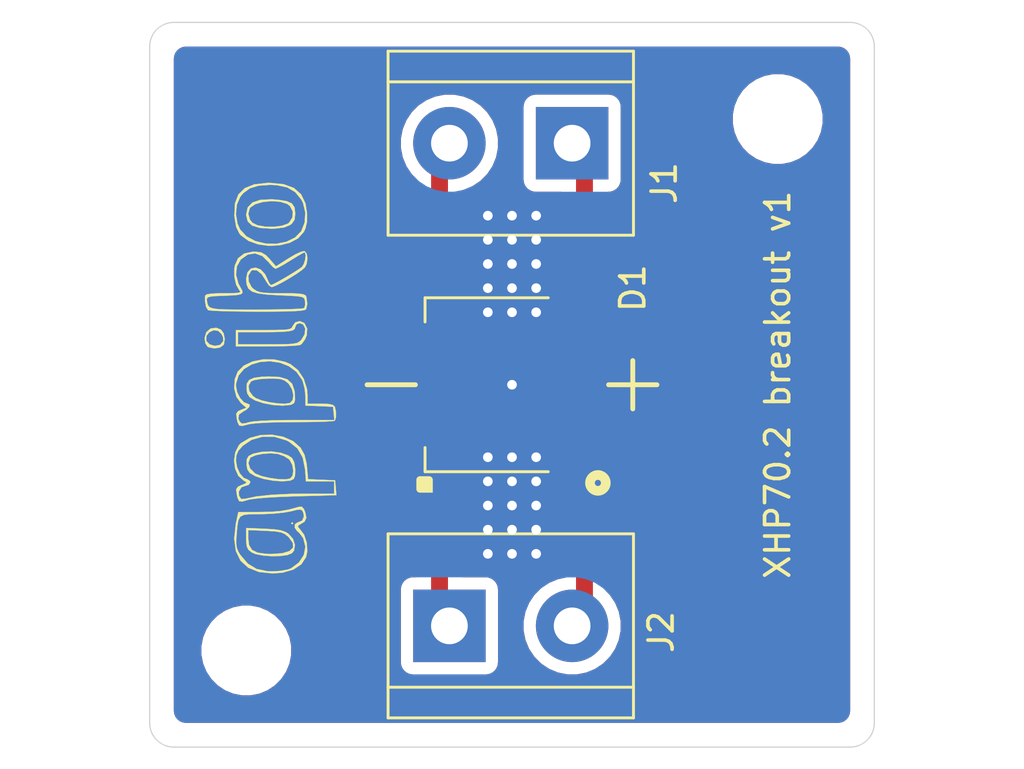
<source format=kicad_pcb>
(kicad_pcb (version 20171130) (host pcbnew 5.1.4-e60b266~84~ubuntu18.04.1)

  (general
    (thickness 1.6)
    (drawings 12)
    (tracks 60)
    (zones 0)
    (modules 6)
    (nets 6)
  )

  (page A4)
  (layers
    (0 F.Cu signal)
    (31 B.Cu signal)
    (32 B.Adhes user)
    (33 F.Adhes user)
    (34 B.Paste user)
    (35 F.Paste user)
    (36 B.SilkS user)
    (37 F.SilkS user)
    (38 B.Mask user)
    (39 F.Mask user)
    (40 Dwgs.User user)
    (41 Cmts.User user)
    (42 Eco1.User user)
    (43 Eco2.User user)
    (44 Edge.Cuts user)
    (45 Margin user)
    (46 B.CrtYd user)
    (47 F.CrtYd user)
    (48 B.Fab user)
    (49 F.Fab user)
  )

  (setup
    (last_trace_width 0.7)
    (trace_clearance 0.2)
    (zone_clearance 0.508)
    (zone_45_only no)
    (trace_min 0.5)
    (via_size 0.8)
    (via_drill 0.4)
    (via_min_size 0.4)
    (via_min_drill 0.3)
    (uvia_size 0.3)
    (uvia_drill 0.1)
    (uvias_allowed no)
    (uvia_min_size 0.2)
    (uvia_min_drill 0.1)
    (edge_width 0.05)
    (segment_width 0.2)
    (pcb_text_width 0.3)
    (pcb_text_size 1.5 1.5)
    (mod_edge_width 0.12)
    (mod_text_size 1 1)
    (mod_text_width 0.15)
    (pad_size 1.524 1.524)
    (pad_drill 0.762)
    (pad_to_mask_clearance 0.051)
    (solder_mask_min_width 0.25)
    (aux_axis_origin 0 0)
    (visible_elements FFFFFF7F)
    (pcbplotparams
      (layerselection 0x010f0_ffffffff)
      (usegerberextensions false)
      (usegerberattributes false)
      (usegerberadvancedattributes false)
      (creategerberjobfile false)
      (excludeedgelayer true)
      (linewidth 0.100000)
      (plotframeref false)
      (viasonmask false)
      (mode 1)
      (useauxorigin false)
      (hpglpennumber 1)
      (hpglpenspeed 20)
      (hpglpendiameter 15.000000)
      (psnegative false)
      (psa4output false)
      (plotreference true)
      (plotvalue true)
      (plotinvisibletext false)
      (padsonsilk false)
      (subtractmaskfromsilk false)
      (outputformat 1)
      (mirror false)
      (drillshape 0)
      (scaleselection 1)
      (outputdirectory "Gerber/"))
  )

  (net 0 "")
  (net 1 "Net-(D1-Pad2)")
  (net 2 "Net-(D1-Pad4)")
  (net 3 "Net-(D1-Pad5)")
  (net 4 "Net-(D1-Pad3)")
  (net 5 "Net-(D1-Pad1)")

  (net_class Default "This is the default net class."
    (clearance 0.2)
    (trace_width 0.7)
    (via_dia 0.8)
    (via_drill 0.4)
    (uvia_dia 0.3)
    (uvia_drill 0.1)
    (diff_pair_width 0.5)
    (diff_pair_gap 0.25)
    (add_net "Net-(D1-Pad1)")
    (add_net "Net-(D1-Pad2)")
    (add_net "Net-(D1-Pad3)")
    (add_net "Net-(D1-Pad4)")
    (add_net "Net-(D1-Pad5)")
  )

  (module sense_fp:MountingHole_2.7mm_M2.5 (layer F.Cu) (tedit 56D1B4CB) (tstamp 5D517773)
    (at 111 89)
    (descr "Mounting Hole 2.7mm, no annular, M2.5")
    (tags "mounting hole 2.7mm no annular m2.5")
    (attr virtual)
    (fp_text reference REF** (at 7 -1) (layer F.SilkS) hide
      (effects (font (size 1 1) (thickness 0.15)))
    )
    (fp_text value MountingHole_2.7mm_M2.5 (at 0 3.7) (layer F.Fab)
      (effects (font (size 1 1) (thickness 0.15)))
    )
    (fp_circle (center 0 0) (end 2.95 0) (layer F.CrtYd) (width 0.05))
    (fp_circle (center 0 0) (end 2.7 0) (layer Cmts.User) (width 0.15))
    (fp_text user %R (at 0.3 0) (layer F.Fab)
      (effects (font (size 1 1) (thickness 0.15)))
    )
    (pad 1 np_thru_hole circle (at 0 0) (size 2.7 2.7) (drill 2.7) (layers *.Cu *.Mask))
  )

  (module sense_fp:MountingHole_2.7mm_M2.5 (layer F.Cu) (tedit 56D1B4CB) (tstamp 5D5176FB)
    (at 89 111)
    (descr "Mounting Hole 2.7mm, no annular, M2.5")
    (tags "mounting hole 2.7mm no annular m2.5")
    (attr virtual)
    (fp_text reference REF** (at -6 -1) (layer F.SilkS) hide
      (effects (font (size 1 1) (thickness 0.15)))
    )
    (fp_text value MountingHole_2.7mm_M2.5 (at 0 3.7) (layer F.Fab)
      (effects (font (size 1 1) (thickness 0.15)))
    )
    (fp_circle (center 0 0) (end 2.95 0) (layer F.CrtYd) (width 0.05))
    (fp_circle (center 0 0) (end 2.7 0) (layer Cmts.User) (width 0.15))
    (fp_text user %R (at 0.3 0) (layer F.Fab)
      (effects (font (size 1 1) (thickness 0.15)))
    )
    (pad 1 np_thru_hole circle (at 0 0) (size 2.7 2.7) (drill 2.7) (layers *.Cu *.Mask))
  )

  (module sense_fp:Appiko_Logo_2 (layer F.Cu) (tedit 5C021CA6) (tstamp 5D517293)
    (at 90 102 90)
    (fp_text reference G*** (at 0.07 -4.46 90) (layer F.SilkS) hide
      (effects (font (size 1.524 1.524) (thickness 0.3)))
    )
    (fp_text value Appiko_Logo_2 (at -0.1 -8.89 90) (layer F.SilkS) hide
      (effects (font (size 1.524 1.524) (thickness 0.3)))
    )
    (fp_poly (pts (xy 9.339914 -0.941537) (xy 9.542887 -0.747237) (xy 9.654506 -0.418071) (xy 9.676789 0.050323)
      (xy 9.656832 0.321177) (xy 9.599833 0.674849) (xy 9.501777 0.890187) (xy 9.33804 0.997392)
      (xy 9.083996 1.026665) (xy 9.081584 1.026666) (xy 8.832262 0.997706) (xy 8.671312 0.887341)
      (xy 8.608853 0.803257) (xy 8.510476 0.559845) (xy 8.466278 0.197548) (xy 8.465001 0.134842)
      (xy 8.538462 0.134842) (xy 8.580266 0.468279) (xy 8.670427 0.719898) (xy 8.708408 0.772013)
      (xy 8.92956 0.911168) (xy 9.179984 0.920994) (xy 9.399371 0.807981) (xy 9.488987 0.688)
      (xy 9.578437 0.393662) (xy 9.60196 0.040937) (xy 9.565738 -0.316801) (xy 9.475953 -0.62618)
      (xy 9.338787 -0.833827) (xy 9.310158 -0.855871) (xy 9.079938 -0.918106) (xy 8.833534 -0.849164)
      (xy 8.70469 -0.746572) (xy 8.600525 -0.533563) (xy 8.545165 -0.219432) (xy 8.538462 0.134842)
      (xy 8.465001 0.134842) (xy 8.46247 0.010666) (xy 8.493383 -0.447488) (xy 8.59126 -0.760495)
      (xy 8.763812 -0.941833) (xy 9.018749 -1.004984) (xy 9.04357 -1.005334) (xy 9.339914 -0.941537)) (layer F.SilkS) (width 0.01))
    (fp_poly (pts (xy -3.694667 0.899666) (xy -3.737 0.942) (xy -3.779334 0.899666) (xy -3.737 0.857333)
      (xy -3.694667 0.899666)) (layer F.SilkS) (width 0.01))
    (fp_poly (pts (xy -3.96141 -0.249399) (xy -3.985343 0.151466) (xy -4.025785 0.426898) (xy -4.091848 0.620634)
      (xy -4.168705 0.745434) (xy -4.381655 0.933283) (xy -4.630276 1.01381) (xy -4.860933 0.977293)
      (xy -4.971879 0.891027) (xy -5.048452 0.70357) (xy -5.089769 0.405368) (xy -5.096827 0.051085)
      (xy -5.096665 0.048876) (xy -5.007 0.048876) (xy -4.975807 0.49025) (xy -4.885977 0.787726)
      (xy -4.743132 0.936079) (xy -4.552896 0.930084) (xy -4.320893 0.764515) (xy -4.280926 0.723562)
      (xy -4.176285 0.590314) (xy -4.11041 0.432203) (xy -4.071733 0.20341) (xy -4.048687 -0.141885)
      (xy -4.045812 -0.207771) (xy -4.015957 -0.920667) (xy -4.35019 -0.920667) (xy -4.641785 -0.884712)
      (xy -4.837607 -0.76203) (xy -4.952713 -0.530397) (xy -5.002159 -0.167587) (xy -5.007 0.048876)
      (xy -5.096665 0.048876) (xy -5.070618 -0.304614) (xy -5.012138 -0.607067) (xy -4.941549 -0.775868)
      (xy -4.826779 -0.915666) (xy -4.681971 -0.983863) (xy -4.44589 -1.004689) (xy -4.361625 -1.005334)
      (xy -3.931819 -1.005334) (xy -3.96141 -0.249399)) (layer F.SilkS) (width 0.01))
    (fp_poly (pts (xy 2.046205 -0.976944) (xy 2.195988 -0.881791) (xy 2.286669 -0.680228) (xy 2.331274 -0.348994)
      (xy 2.34155 -0.065247) (xy 2.318248 0.386984) (xy 2.222847 0.700606) (xy 2.041529 0.895997)
      (xy 1.760474 0.993535) (xy 1.612396 1.010026) (xy 1.370691 1.017054) (xy 1.245234 0.981119)
      (xy 1.184122 0.87923) (xy 1.165347 0.811998) (xy 1.145956 0.610205) (xy 1.214909 0.610205)
      (xy 1.244433 0.809306) (xy 1.366384 0.920795) (xy 1.575166 0.946307) (xy 1.815117 0.891354)
      (xy 2.030577 0.76145) (xy 2.064813 0.728048) (xy 2.173426 0.589431) (xy 2.233 0.430682)
      (xy 2.256092 0.198943) (xy 2.256664 -0.079427) (xy 2.236782 -0.411135) (xy 2.193407 -0.671055)
      (xy 2.141173 -0.80109) (xy 1.960413 -0.906656) (xy 1.743063 -0.877374) (xy 1.534971 -0.726309)
      (xy 1.444901 -0.602691) (xy 1.351183 -0.366821) (xy 1.275678 -0.044258) (xy 1.227287 0.302313)
      (xy 1.214909 0.610205) (xy 1.145956 0.610205) (xy 1.135569 0.502126) (xy 1.162347 0.110408)
      (xy 1.235906 -0.289204) (xy 1.346472 -0.622754) (xy 1.358285 -0.647785) (xy 1.485682 -0.859121)
      (xy 1.635297 -0.95745) (xy 1.824295 -0.988948) (xy 2.046205 -0.976944)) (layer F.SilkS) (width 0.01))
    (fp_poly (pts (xy -1.092282 -0.982916) (xy -0.949011 -0.901746) (xy -0.854848 -0.715808) (xy -0.786082 -0.395471)
      (xy -0.774681 -0.321981) (xy -0.761349 0.049421) (xy -0.817102 0.424137) (xy -0.928576 0.739884)
      (xy -1.035952 0.895856) (xy -1.219289 0.986849) (xy -1.503845 1.026207) (xy -1.540102 1.026666)
      (xy -1.777928 1.014709) (xy -1.90033 0.960668) (xy -1.960569 0.837289) (xy -1.968456 0.807471)
      (xy -1.987193 0.610246) (xy -1.917768 0.610246) (xy -1.888234 0.809306) (xy -1.768367 0.913887)
      (xy -1.55906 0.944904) (xy -1.321733 0.905703) (xy -1.117804 0.799631) (xy -1.081347 0.76534)
      (xy -0.949801 0.556292) (xy -0.86244 0.299067) (xy -0.861795 0.29567) (xy -0.837946 -0.000905)
      (xy -0.859543 -0.323218) (xy -0.917719 -0.612177) (xy -1.003603 -0.80869) (xy -1.032211 -0.839772)
      (xy -1.237165 -0.914158) (xy -1.460003 -0.84551) (xy -1.658507 -0.649099) (xy -1.687619 -0.602691)
      (xy -1.781406 -0.366836) (xy -1.856966 -0.044264) (xy -1.905389 0.302328) (xy -1.917768 0.610246)
      (xy -1.987193 0.610246) (xy -1.997516 0.501595) (xy -1.970718 0.113186) (xy -1.89787 -0.284205)
      (xy -1.788781 -0.617029) (xy -1.774382 -0.647785) (xy -1.646985 -0.859121) (xy -1.49737 -0.95745)
      (xy -1.308371 -0.988948) (xy -1.092282 -0.982916)) (layer F.SilkS) (width 0.01))
    (fp_poly (pts (xy 4.173552 -2.657858) (xy 4.325897 -2.48186) (xy 4.357747 -2.245541) (xy 4.283022 -2.049213)
      (xy 4.129235 -1.938936) (xy 3.900544 -1.892356) (xy 3.68418 -1.924333) (xy 3.650166 -1.941402)
      (xy 3.539898 -2.09288) (xy 3.506655 -2.310545) (xy 3.610173 -2.310545) (xy 3.642503 -2.108849)
      (xy 3.672245 -2.062568) (xy 3.809091 -1.952008) (xy 3.972502 -1.96475) (xy 4.100232 -2.024313)
      (xy 4.237168 -2.170512) (xy 4.254484 -2.356671) (xy 4.176009 -2.532772) (xy 4.025573 -2.648795)
      (xy 3.827002 -2.65472) (xy 3.803735 -2.646691) (xy 3.670117 -2.517368) (xy 3.610173 -2.310545)
      (xy 3.506655 -2.310545) (xy 3.504755 -2.322982) (xy 3.552781 -2.554852) (xy 3.580514 -2.606945)
      (xy 3.712171 -2.691324) (xy 3.923079 -2.726885) (xy 3.925333 -2.726889) (xy 4.173552 -2.657858)) (layer F.SilkS) (width 0.01))
    (fp_poly (pts (xy 9.509786 -1.467913) (xy 9.877542 -1.327691) (xy 10.13685 -1.065271) (xy 10.293879 -0.673781)
      (xy 10.354801 -0.146349) (xy 10.355933 -0.01322) (xy 10.302407 0.54392) (xy 10.146944 0.968687)
      (xy 9.883919 1.267985) (xy 9.507709 1.448714) (xy 9.112304 1.51318) (xy 8.746541 1.513141)
      (xy 8.467813 1.448197) (xy 8.328 1.382087) (xy 8.062943 1.146204) (xy 7.877923 0.799741)
      (xy 7.773856 0.381828) (xy 7.76671 0.236863) (xy 7.835373 0.236863) (xy 7.918227 0.659482)
      (xy 8.095846 1.021745) (xy 8.357023 1.2759) (xy 8.717408 1.416791) (xy 9.130597 1.441553)
      (xy 9.525892 1.349901) (xy 9.662273 1.281124) (xy 9.975732 1.02409) (xy 10.171547 0.693046)
      (xy 10.263576 0.258684) (xy 10.275016 -0.014705) (xy 10.241815 -0.494218) (xy 10.131851 -0.852559)
      (xy 9.930491 -1.126078) (xy 9.776707 -1.252659) (xy 9.452886 -1.392015) (xy 9.060946 -1.429081)
      (xy 8.667887 -1.363627) (xy 8.42891 -1.257268) (xy 8.144053 -0.993177) (xy 7.949421 -0.629462)
      (xy 7.846149 -0.206117) (xy 7.835373 0.236863) (xy 7.76671 0.236863) (xy 7.75166 -0.068401)
      (xy 7.812252 -0.511816) (xy 7.956548 -0.909285) (xy 8.185466 -1.221675) (xy 8.265411 -1.288987)
      (xy 8.535318 -1.41859) (xy 8.927186 -1.485832) (xy 9.027411 -1.492809) (xy 9.509786 -1.467913)) (layer F.SilkS) (width 0.01))
    (fp_poly (pts (xy 5.682166 -2.708039) (xy 5.737056 -2.646106) (xy 5.770987 -2.459952) (xy 5.786427 -2.131458)
      (xy 5.788 -1.93062) (xy 5.790653 -1.571237) (xy 5.80207 -1.355624) (xy 5.82744 -1.258254)
      (xy 5.871949 -1.253603) (xy 5.917721 -1.292294) (xy 6.14068 -1.419909) (xy 6.462206 -1.490676)
      (xy 6.817651 -1.492852) (xy 6.93164 -1.476466) (xy 7.234287 -1.342928) (xy 7.43119 -1.085746)
      (xy 7.510469 -0.722216) (xy 7.511035 -0.63297) (xy 7.478013 -0.38394) (xy 7.368225 -0.192051)
      (xy 7.201793 -0.030399) (xy 6.901545 0.229145) (xy 7.240194 0.761776) (xy 7.398638 1.035318)
      (xy 7.503617 1.264659) (xy 7.535104 1.405113) (xy 7.532745 1.414537) (xy 7.419191 1.503915)
      (xy 7.216734 1.531033) (xy 6.994519 1.494415) (xy 6.862555 1.428833) (xy 6.750305 1.304301)
      (xy 6.593269 1.080265) (xy 6.417959 0.801349) (xy 6.250886 0.512183) (xy 6.118561 0.257391)
      (xy 6.047496 0.081602) (xy 6.042 0.047583) (xy 6.111622 -0.060712) (xy 6.282714 -0.179353)
      (xy 6.317951 -0.197003) (xy 6.582425 -0.366416) (xy 6.733115 -0.555937) (xy 6.750412 -0.735685)
      (xy 6.713827 -0.800302) (xy 6.52405 -0.911502) (xy 6.282702 -0.903931) (xy 6.050169 -0.785854)
      (xy 5.963478 -0.697582) (xy 5.885505 -0.579172) (xy 5.834447 -0.436582) (xy 5.804829 -0.2331)
      (xy 5.791174 0.067985) (xy 5.788 0.478692) (xy 5.784256 0.904929) (xy 5.770483 1.190572)
      (xy 5.742862 1.364248) (xy 5.697579 1.454583) (xy 5.654075 1.483274) (xy 5.353225 1.524982)
      (xy 5.131833 1.478593) (xy 5.096003 1.422134) (xy 5.068631 1.274817) (xy 5.048896 1.020907)
      (xy 5.035977 0.644669) (xy 5.029053 0.130367) (xy 5.027296 -0.525556) (xy 5.029734 -0.989676)
      (xy 5.110655 -0.989676) (xy 5.110666 -0.598769) (xy 5.113199 -0.042253) (xy 5.120299 0.456986)
      (xy 5.13122 0.874249) (xy 5.145215 1.184836) (xy 5.161538 1.364048) (xy 5.170998 1.397442)
      (xy 5.292925 1.434526) (xy 5.446164 1.43272) (xy 5.536395 1.417286) (xy 5.598308 1.376744)
      (xy 5.63891 1.282392) (xy 5.665207 1.105528) (xy 5.684205 0.817453) (xy 5.702909 0.389464)
      (xy 5.703333 0.379173) (xy 5.733398 -0.139887) (xy 5.78186 -0.512843) (xy 5.860181 -0.762779)
      (xy 5.979824 -0.912782) (xy 6.152254 -0.985938) (xy 6.388934 -1.005333) (xy 6.39081 -1.005334)
      (xy 6.658353 -0.948937) (xy 6.811169 -0.804747) (xy 6.848434 -0.61027) (xy 6.769328 -0.403009)
      (xy 6.573027 -0.220467) (xy 6.409718 -0.142336) (xy 6.222549 -0.059171) (xy 6.129082 0.012698)
      (xy 6.126666 0.021607) (xy 6.167913 0.125387) (xy 6.27483 0.328859) (xy 6.422184 0.588851)
      (xy 6.584743 0.862189) (xy 6.737271 1.105701) (xy 6.854537 1.276214) (xy 6.874928 1.301833)
      (xy 7.001757 1.383462) (xy 7.186432 1.439187) (xy 7.364691 1.458013) (xy 7.47227 1.428944)
      (xy 7.481333 1.405591) (xy 7.439281 1.31764) (xy 7.328164 1.12596) (xy 7.17054 0.869226)
      (xy 7.142666 0.824942) (xy 6.978929 0.55555) (xy 6.858705 0.338434) (xy 6.804922 0.215369)
      (xy 6.804 0.207939) (xy 6.866151 0.109582) (xy 7.01984 -0.031304) (xy 7.062255 -0.063759)
      (xy 7.33105 -0.33818) (xy 7.43902 -0.639463) (xy 7.388821 -0.939607) (xy 7.188718 -1.226995)
      (xy 6.897572 -1.392) (xy 6.549344 -1.42646) (xy 6.177999 -1.322218) (xy 6.060625 -1.258716)
      (xy 5.90987 -1.173925) (xy 5.809615 -1.154031) (xy 5.74804 -1.221626) (xy 5.71333 -1.399299)
      (xy 5.693667 -1.709641) (xy 5.683836 -1.979) (xy 5.669051 -2.315399) (xy 5.646303 -2.515148)
      (xy 5.605964 -2.610921) (xy 5.538404 -2.635395) (xy 5.491666 -2.631145) (xy 5.370726 -2.611954)
      (xy 5.278523 -2.581172) (xy 5.21116 -2.518024) (xy 5.164744 -2.401736) (xy 5.13538 -2.211531)
      (xy 5.119174 -1.926637) (xy 5.11223 -1.526276) (xy 5.110655 -0.989676) (xy 5.029734 -0.989676)
      (xy 5.030254 -1.088501) (xy 5.037841 -1.596749) (xy 5.049282 -2.025171) (xy 5.063803 -2.348637)
      (xy 5.080627 -2.542015) (xy 5.090796 -2.584165) (xy 5.225197 -2.66558) (xy 5.462823 -2.70922)
      (xy 5.682166 -2.708039)) (layer F.SilkS) (width 0.01))
    (fp_poly (pts (xy 4.264 -0.277741) (xy 4.265717 0.185675) (xy 4.273333 0.507064) (xy 4.290542 0.713718)
      (xy 4.321037 0.832929) (xy 4.368514 0.89199) (xy 4.425505 0.91542) (xy 4.583826 1.028961)
      (xy 4.633564 1.213746) (xy 4.557151 1.398227) (xy 4.546748 1.409156) (xy 4.327092 1.518665)
      (xy 4.050414 1.50309) (xy 3.883 1.433494) (xy 3.7204 1.317891) (xy 3.651463 1.245569)
      (xy 3.62974 1.132526) (xy 3.611149 0.882002) (xy 3.597151 0.525838) (xy 3.589207 0.095878)
      (xy 3.587963 -0.1375) (xy 3.586752 -1.344) (xy 3.671333 -1.344) (xy 3.671333 -0.119632)
      (xy 3.672874 0.362157) (xy 3.680111 0.704184) (xy 3.696966 0.936008) (xy 3.727359 1.08719)
      (xy 3.775211 1.187292) (xy 3.844444 1.265874) (xy 3.856631 1.277368) (xy 4.092292 1.418985)
      (xy 4.331394 1.438933) (xy 4.49445 1.355016) (xy 4.552398 1.211157) (xy 4.501276 1.075378)
      (xy 4.391 1.026666) (xy 4.309358 1.002742) (xy 4.251191 0.915698) (xy 4.212821 0.742625)
      (xy 4.190573 0.460615) (xy 4.180771 0.046759) (xy 4.179333 -0.292592) (xy 4.179333 -1.344)
      (xy 3.671333 -1.344) (xy 3.586752 -1.344) (xy 3.586666 -1.428667) (xy 4.264 -1.428667)
      (xy 4.264 -0.277741)) (layer F.SilkS) (width 0.01))
    (fp_poly (pts (xy -3.760265 -1.434348) (xy -3.698835 -1.421651) (xy -3.271334 -1.329969) (xy -3.269314 -0.469151)
      (xy -3.26019 0.022143) (xy -3.230058 0.407442) (xy -3.170799 0.749593) (xy -3.074293 1.111442)
      (xy -3.058318 1.164087) (xy -3.049238 1.297253) (xy -3.149348 1.387486) (xy -3.284608 1.44194)
      (xy -3.512425 1.485938) (xy -3.670349 1.409474) (xy -3.801605 1.189728) (xy -3.813295 1.162826)
      (xy -3.886801 1.136996) (xy -3.971415 1.213838) (xy -4.213503 1.395608) (xy -4.546538 1.503983)
      (xy -4.902417 1.523687) (xy -5.134 1.474601) (xy -5.433459 1.277254) (xy -5.652053 0.945827)
      (xy -5.780241 0.499818) (xy -5.811334 0.090505) (xy -5.809129 0.069725) (xy -5.726667 0.069725)
      (xy -5.705265 0.425512) (xy -5.648591 0.726862) (xy -5.601359 0.854062) (xy -5.357991 1.180143)
      (xy -5.047376 1.382187) (xy -4.703659 1.446658) (xy -4.360986 1.360025) (xy -4.345268 1.351896)
      (xy -4.151251 1.2098) (xy -4.052184 1.101443) (xy -3.916275 1.004631) (xy -3.774359 1.016194)
      (xy -3.696499 1.126155) (xy -3.694667 1.152358) (xy -3.624983 1.313449) (xy -3.455501 1.384889)
      (xy -3.303171 1.362258) (xy -3.202613 1.313156) (xy -3.16383 1.235978) (xy -3.181091 1.084105)
      (xy -3.239671 0.845557) (xy -3.292235 0.553957) (xy -3.332439 0.161573) (xy -3.354 -0.263156)
      (xy -3.356 -0.42206) (xy -3.358008 -0.823102) (xy -3.382414 -1.086772) (xy -3.456791 -1.244953)
      (xy -3.608713 -1.329528) (xy -3.865753 -1.372381) (xy -4.202667 -1.401048) (xy -4.522514 -1.418146)
      (xy -4.738907 -1.397591) (xy -4.915743 -1.327559) (xy -5.047319 -1.244743) (xy -5.408443 -0.933762)
      (xy -5.625772 -0.575838) (xy -5.719368 -0.13215) (xy -5.726667 0.069725) (xy -5.809129 0.069725)
      (xy -5.751377 -0.47446) (xy -5.573893 -0.918512) (xy -5.282461 -1.239088) (xy -4.880659 -1.433628)
      (xy -4.372068 -1.499568) (xy -3.760265 -1.434348)) (layer F.SilkS) (width 0.01))
    (fp_poly (pts (xy 2.213637 -1.480666) (xy 2.540455 -1.355459) (xy 2.790051 -1.105478) (xy 2.96145 -0.743399)
      (xy 3.048751 -0.310244) (xy 3.046054 0.152959) (xy 2.947457 0.605188) (xy 2.854293 0.826405)
      (xy 2.608168 1.138578) (xy 2.248683 1.376559) (xy 1.825225 1.512918) (xy 1.57906 1.534666)
      (xy 1.216 1.534666) (xy 1.216 2.075941) (xy 1.205268 2.393653) (xy 1.167867 2.577634)
      (xy 1.095992 2.66243) (xy 1.082075 2.668608) (xy 0.873797 2.713002) (xy 0.656133 2.712081)
      (xy 0.513685 2.666593) (xy 0.510444 2.663555) (xy 0.492788 2.564957) (xy 0.47739 2.324291)
      (xy 0.465177 1.968816) (xy 0.457073 1.525791) (xy 0.454004 1.022476) (xy 0.454 1.001211)
      (xy 0.448383 0.383107) (xy 0.432332 -0.147573) (xy 0.407045 -0.567233) (xy 0.373721 -0.852278)
      (xy 0.355768 -0.932557) (xy 0.294735 -1.168144) (xy 0.296685 -1.180726) (xy 0.393073 -1.180726)
      (xy 0.407266 -1.028402) (xy 0.442547 -0.917125) (xy 0.478388 -0.723363) (xy 0.506795 -0.380526)
      (xy 0.526758 0.091246) (xy 0.537269 0.671817) (xy 0.538666 1.002331) (xy 0.538666 2.646062)
      (xy 1.089 2.593) (xy 1.13907 1.45) (xy 1.524572 1.45) (xy 1.840316 1.417284)
      (xy 2.143334 1.336063) (xy 2.205593 1.309767) (xy 2.533734 1.078846) (xy 2.769229 0.761737)
      (xy 2.914742 0.387571) (xy 2.972936 -0.014522) (xy 2.946475 -0.415409) (xy 2.838023 -0.785959)
      (xy 2.650244 -1.097042) (xy 2.385801 -1.319527) (xy 2.04736 -1.424281) (xy 1.955181 -1.428667)
      (xy 1.700278 -1.381058) (xy 1.456377 -1.261128) (xy 1.277289 -1.103225) (xy 1.216 -0.956855)
      (xy 1.174845 -0.858044) (xy 1.077197 -0.880131) (xy 0.961781 -1.003988) (xy 0.903602 -1.111167)
      (xy 0.769835 -1.301514) (xy 0.598531 -1.329799) (xy 0.463714 -1.267129) (xy 0.393073 -1.180726)
      (xy 0.296685 -1.180726) (xy 0.314161 -1.293435) (xy 0.441386 -1.35892) (xy 0.606548 -1.395677)
      (xy 0.800703 -1.414013) (xy 0.904914 -1.341347) (xy 0.959999 -1.222262) (xy 1.046249 -0.995407)
      (xy 1.24194 -1.22291) (xy 1.50348 -1.408923) (xy 1.847338 -1.496879) (xy 2.213637 -1.480666)) (layer F.SilkS) (width 0.01))
    (fp_poly (pts (xy -0.796943 -1.455126) (xy -0.510377 -1.311381) (xy -0.422757 -1.227734) (xy -0.20047 -0.854837)
      (xy -0.084087 -0.407762) (xy -0.070307 0.069854) (xy -0.155828 0.534375) (xy -0.337348 0.942165)
      (xy -0.610098 1.248469) (xy -0.897887 1.409092) (xy -1.267708 1.496601) (xy -1.402053 1.511521)
      (xy -1.909452 1.55753) (xy -1.959 2.677666) (xy -2.265596 2.703294) (xy -2.572191 2.728921)
      (xy -2.617524 1.052294) (xy -2.639356 0.439233) (xy -2.668746 -0.094403) (xy -2.703821 -0.52406)
      (xy -2.742708 -0.825182) (xy -2.769612 -0.941762) (xy -2.836771 -1.172682) (xy -2.830155 -1.213536)
      (xy -2.729603 -1.213536) (xy -2.725088 -1.060672) (xy -2.623899 -0.581663) (xy -2.554524 0.057711)
      (xy -2.517494 0.851398) (xy -2.511036 1.3865) (xy -2.509334 2.635333) (xy -2.001334 2.635333)
      (xy -2.001334 1.470352) (xy -1.508964 1.434737) (xy -1.014365 1.33612) (xy -0.633857 1.116053)
      (xy -0.356919 0.767743) (xy -0.299994 0.654042) (xy -0.155217 0.163304) (xy -0.150761 -0.329188)
      (xy -0.281812 -0.784285) (xy -0.520399 -1.138925) (xy -0.733463 -1.330582) (xy -0.9384 -1.414279)
      (xy -1.13208 -1.428667) (xy -1.414643 -1.382968) (xy -1.672712 -1.265898) (xy -1.856333 -1.107499)
      (xy -1.916667 -0.956855) (xy -1.984575 -0.84997) (xy -2.043667 -0.836) (xy -2.148709 -0.905893)
      (xy -2.170667 -0.994967) (xy -2.241514 -1.199024) (xy -2.416928 -1.308537) (xy -2.597678 -1.3005)
      (xy -2.729603 -1.213536) (xy -2.830155 -1.213536) (xy -2.816862 -1.295614) (xy -2.682275 -1.361121)
      (xy -2.521203 -1.39666) (xy -2.326375 -1.416581) (xy -2.220669 -1.344436) (xy -2.151223 -1.191815)
      (xy -2.080843 -1.022532) (xy -2.031786 -0.998021) (xy -1.968029 -1.103726) (xy -1.962178 -1.115438)
      (xy -1.76862 -1.330223) (xy -1.476362 -1.460878) (xy -1.135704 -1.503736) (xy -0.796943 -1.455126)) (layer F.SilkS) (width 0.01))
  )

  (module sense_fp:LED_Cree-XHP70 (layer F.Cu) (tedit 5D514C69) (tstamp 5D516239)
    (at 100 100)
    (descr "Cree XHP70 LED, 12V version, http://www.cree.com/~/media/Files/Cree/LED%20Components%20and%20Modules/XLamp/Data%20and%20Binning/ds%20XHP70.pdf")
    (tags "LED Cree XHP70")
    (path /5D52B1AA)
    (attr smd)
    (fp_text reference D1 (at 5 -4 90) (layer F.SilkS)
      (effects (font (size 1 1) (thickness 0.15)))
    )
    (fp_text value XHP70.2 (at 0 5.969) (layer F.Fab)
      (effects (font (size 1 1) (thickness 0.15)))
    )
    (fp_line (start -2.75 0) (end 2.75 0) (layer F.Fab) (width 0.1))
    (fp_line (start -0.5 -1.75) (end 0.5 -1.75) (layer F.Fab) (width 0.1))
    (fp_line (start -0.5 -2.5) (end -1.75 -1.75) (layer F.Fab) (width 0.1))
    (fp_line (start -0.5 -1) (end -0.5 -2.5) (layer F.Fab) (width 0.1))
    (fp_line (start -1.75 -1.75) (end -0.5 -1) (layer F.Fab) (width 0.1))
    (fp_line (start -1.75 -1.75) (end -1.75 -1) (layer F.Fab) (width 0.1))
    (fp_line (start -1.75 -1.75) (end -1.75 -2.5) (layer F.Fab) (width 0.1))
    (fp_line (start -2.75 -1.75) (end -1.75 -1.75) (layer F.Fab) (width 0.1))
    (fp_line (start 0.5 -2.5) (end 0.5 -1) (layer F.Fab) (width 0.1))
    (fp_line (start 0.5 -1.75) (end 1.75 -2.5) (layer F.Fab) (width 0.1))
    (fp_line (start 1.75 -1) (end 0.5 -1.75) (layer F.Fab) (width 0.1))
    (fp_line (start 1.75 -1.75) (end 1.75 -1) (layer F.Fab) (width 0.1))
    (fp_line (start 1.75 -1.75) (end 1.75 -2.5) (layer F.Fab) (width 0.1))
    (fp_line (start 2.75 -1.75) (end 1.75 -1.75) (layer F.Fab) (width 0.1))
    (fp_line (start -3.6 -3.6) (end -3.6 -2.6) (layer F.SilkS) (width 0.12))
    (fp_line (start 1.5 -3.6) (end -3.6 -3.6) (layer F.SilkS) (width 0.12))
    (fp_line (start -3.6 3.6) (end -3.6 2.6) (layer F.SilkS) (width 0.12))
    (fp_line (start 1.5 3.6) (end -3.6 3.6) (layer F.SilkS) (width 0.12))
    (fp_line (start 3.7 3.7) (end 3.7 -3.7) (layer F.CrtYd) (width 0.05))
    (fp_line (start -3.7 3.7) (end 3.7 3.7) (layer F.CrtYd) (width 0.05))
    (fp_line (start -3.7 -3.7) (end -3.7 3.7) (layer F.CrtYd) (width 0.05))
    (fp_line (start 3.7 -3.7) (end -3.7 -3.7) (layer F.CrtYd) (width 0.05))
    (fp_line (start 3.5 3.5) (end 3.5 -3.5) (layer F.Fab) (width 0.1))
    (fp_line (start -3.5 3.5) (end 3.5 3.5) (layer F.Fab) (width 0.1))
    (fp_line (start -3.5 -3.5) (end -3.5 3.5) (layer F.Fab) (width 0.1))
    (fp_line (start 3.5 -3.5) (end -3.5 -3.5) (layer F.Fab) (width 0.1))
    (fp_line (start -0.5 1.75) (end 0.5 1.75) (layer F.Fab) (width 0.1))
    (fp_line (start 2.75 1.75) (end 1.75 1.75) (layer F.Fab) (width 0.1))
    (fp_line (start 1.75 1.75) (end 1.75 1) (layer F.Fab) (width 0.1))
    (fp_line (start 1.75 1.75) (end 1.75 2.5) (layer F.Fab) (width 0.1))
    (fp_line (start 1.75 2.5) (end 0.5 1.75) (layer F.Fab) (width 0.1))
    (fp_line (start 0.5 1.75) (end 1.75 1) (layer F.Fab) (width 0.1))
    (fp_line (start 0.5 1) (end 0.5 2.5) (layer F.Fab) (width 0.1))
    (fp_line (start -2.75 1.75) (end -1.75 1.75) (layer F.Fab) (width 0.1))
    (fp_line (start -1.75 1.75) (end -1.75 1) (layer F.Fab) (width 0.1))
    (fp_line (start -1.75 1.75) (end -1.75 2.5) (layer F.Fab) (width 0.1))
    (fp_line (start -1.75 1.75) (end -0.5 2.5) (layer F.Fab) (width 0.1))
    (fp_line (start -0.5 2.5) (end -0.5 1) (layer F.Fab) (width 0.1))
    (fp_line (start -0.5 1) (end -1.75 1.75) (layer F.Fab) (width 0.1))
    (fp_text user %R (at 0 0) (layer F.Fab)
      (effects (font (size 1 1) (thickness 0.1)))
    )
    (fp_poly (pts (xy -3.81 3.937) (xy -3.81 4.318) (xy -3.429 4.318) (xy -3.429 3.937)
      (xy -3.683 3.937)) (layer F.SilkS) (width 0.3))
    (fp_circle (center 3.556 4.064) (end 3.683 4.064) (layer F.SilkS) (width 0.4))
    (pad 2 smd rect (at -3 1.815) (size 0.7 3.13) (layers F.Cu F.Paste F.Mask)
      (net 1 "Net-(D1-Pad2)"))
    (pad 4 smd rect (at 3 -1.815) (size 0.7 3.13) (layers F.Cu F.Paste F.Mask)
      (net 2 "Net-(D1-Pad4)"))
    (pad 5 smd rect (at 0 0) (size 3.9 6.76) (layers F.Cu F.Mask)
      (net 3 "Net-(D1-Pad5)"))
    (pad 3 smd rect (at 3 1.815) (size 0.7 3.13) (layers F.Cu B.Paste F.Mask)
      (net 4 "Net-(D1-Pad3)"))
    (pad 1 smd rect (at -3 -1.815) (size 0.7 3.13) (layers F.Cu F.Paste F.Mask)
      (net 5 "Net-(D1-Pad1)"))
    (pad 3 smd rect (at -0.77 -2.31) (size 1.29 1.29) (layers F.Paste)
      (net 4 "Net-(D1-Pad3)"))
    (pad 3 smd rect (at 0.77 -2.31) (size 1.29 1.29) (layers F.Paste)
      (net 4 "Net-(D1-Pad3)"))
    (pad 3 smd rect (at -0.77 -0.77) (size 1.29 1.29) (layers F.Paste)
      (net 4 "Net-(D1-Pad3)"))
    (pad 3 smd rect (at 0.77 -0.77) (size 1.29 1.29) (layers F.Paste)
      (net 4 "Net-(D1-Pad3)"))
    (pad 3 smd rect (at -0.77 0.77) (size 1.29 1.29) (layers F.Paste)
      (net 4 "Net-(D1-Pad3)"))
    (pad 3 smd rect (at 0.77 0.77) (size 1.29 1.29) (layers F.Paste)
      (net 4 "Net-(D1-Pad3)"))
    (pad 3 smd rect (at -0.77 2.31) (size 1.29 1.29) (layers F.Paste)
      (net 4 "Net-(D1-Pad3)"))
    (pad 3 smd rect (at 0.77 2.31) (size 1.29 1.29) (layers F.Paste)
      (net 4 "Net-(D1-Pad3)"))
    (model ${KISYS3DMOD}/LED_SMD.3dshapes/LED_Cree-XHP70_12V.wrl
      (at (xyz 0 0 0))
      (scale (xyz 1 1 1))
      (rotate (xyz 0 0 0))
    )
  )

  (module sense_fp:TerminalBlock_bornier-2_P5.08mm (layer F.Cu) (tedit 59FF03AB) (tstamp 5D51688B)
    (at 102.489 90 180)
    (descr "simple 2-pin terminal block, pitch 5.08mm, revamped version of bornier2")
    (tags "terminal block bornier2")
    (path /5D52DB76)
    (fp_text reference J1 (at -3.81 -1.651 90) (layer F.SilkS)
      (effects (font (size 1 1) (thickness 0.15)))
    )
    (fp_text value Screw_Terminal_01x02 (at 2.54 5.08) (layer F.Fab)
      (effects (font (size 1 1) (thickness 0.15)))
    )
    (fp_line (start 7.79 4) (end -2.71 4) (layer F.CrtYd) (width 0.05))
    (fp_line (start 7.79 4) (end 7.79 -4) (layer F.CrtYd) (width 0.05))
    (fp_line (start -2.71 -4) (end -2.71 4) (layer F.CrtYd) (width 0.05))
    (fp_line (start -2.71 -4) (end 7.79 -4) (layer F.CrtYd) (width 0.05))
    (fp_line (start -2.54 3.81) (end 7.62 3.81) (layer F.SilkS) (width 0.12))
    (fp_line (start -2.54 -3.81) (end -2.54 3.81) (layer F.SilkS) (width 0.12))
    (fp_line (start 7.62 -3.81) (end -2.54 -3.81) (layer F.SilkS) (width 0.12))
    (fp_line (start 7.62 3.81) (end 7.62 -3.81) (layer F.SilkS) (width 0.12))
    (fp_line (start 7.62 2.54) (end -2.54 2.54) (layer F.SilkS) (width 0.12))
    (fp_line (start 7.54 -3.75) (end -2.46 -3.75) (layer F.Fab) (width 0.1))
    (fp_line (start 7.54 3.75) (end 7.54 -3.75) (layer F.Fab) (width 0.1))
    (fp_line (start -2.46 3.75) (end 7.54 3.75) (layer F.Fab) (width 0.1))
    (fp_line (start -2.46 -3.75) (end -2.46 3.75) (layer F.Fab) (width 0.1))
    (fp_line (start -2.41 2.55) (end 7.49 2.55) (layer F.Fab) (width 0.1))
    (fp_text user %R (at 2.54 0) (layer F.Fab)
      (effects (font (size 1 1) (thickness 0.15)))
    )
    (pad 2 thru_hole circle (at 5.08 0 180) (size 3 3) (drill 1.52) (layers *.Cu *.Mask)
      (net 5 "Net-(D1-Pad1)"))
    (pad 1 thru_hole rect (at 0 0 180) (size 3 3) (drill 1.52) (layers *.Cu *.Mask)
      (net 2 "Net-(D1-Pad4)"))
    (model ${KISYS3DMOD}/TerminalBlock.3dshapes/TerminalBlock_bornier-2_P5.08mm.wrl
      (offset (xyz 2.539999961853027 0 0))
      (scale (xyz 1 1 1))
      (rotate (xyz 0 0 0))
    )
  )

  (module sense_fp:TerminalBlock_bornier-2_P5.08mm (layer F.Cu) (tedit 59FF03AB) (tstamp 5D5169BA)
    (at 97.409 109.982)
    (descr "simple 2-pin terminal block, pitch 5.08mm, revamped version of bornier2")
    (tags "terminal block bornier2")
    (path /5D52BEAE)
    (fp_text reference J2 (at 8.763 0.254 90) (layer F.SilkS)
      (effects (font (size 1 1) (thickness 0.15)))
    )
    (fp_text value Screw_Terminal_01x02 (at 2.54 5.08) (layer F.Fab)
      (effects (font (size 1 1) (thickness 0.15)))
    )
    (fp_text user %R (at 2.54 0) (layer F.Fab)
      (effects (font (size 1 1) (thickness 0.15)))
    )
    (fp_line (start -2.41 2.55) (end 7.49 2.55) (layer F.Fab) (width 0.1))
    (fp_line (start -2.46 -3.75) (end -2.46 3.75) (layer F.Fab) (width 0.1))
    (fp_line (start -2.46 3.75) (end 7.54 3.75) (layer F.Fab) (width 0.1))
    (fp_line (start 7.54 3.75) (end 7.54 -3.75) (layer F.Fab) (width 0.1))
    (fp_line (start 7.54 -3.75) (end -2.46 -3.75) (layer F.Fab) (width 0.1))
    (fp_line (start 7.62 2.54) (end -2.54 2.54) (layer F.SilkS) (width 0.12))
    (fp_line (start 7.62 3.81) (end 7.62 -3.81) (layer F.SilkS) (width 0.12))
    (fp_line (start 7.62 -3.81) (end -2.54 -3.81) (layer F.SilkS) (width 0.12))
    (fp_line (start -2.54 -3.81) (end -2.54 3.81) (layer F.SilkS) (width 0.12))
    (fp_line (start -2.54 3.81) (end 7.62 3.81) (layer F.SilkS) (width 0.12))
    (fp_line (start -2.71 -4) (end 7.79 -4) (layer F.CrtYd) (width 0.05))
    (fp_line (start -2.71 -4) (end -2.71 4) (layer F.CrtYd) (width 0.05))
    (fp_line (start 7.79 4) (end 7.79 -4) (layer F.CrtYd) (width 0.05))
    (fp_line (start 7.79 4) (end -2.71 4) (layer F.CrtYd) (width 0.05))
    (pad 1 thru_hole rect (at 0 0) (size 3 3) (drill 1.52) (layers *.Cu *.Mask)
      (net 1 "Net-(D1-Pad2)"))
    (pad 2 thru_hole circle (at 5.08 0) (size 3 3) (drill 1.52) (layers *.Cu *.Mask)
      (net 4 "Net-(D1-Pad3)"))
    (model ${KISYS3DMOD}/TerminalBlock.3dshapes/TerminalBlock_bornier-2_P5.08mm.wrl
      (offset (xyz 2.539999961853027 0 0))
      (scale (xyz 1 1 1))
      (rotate (xyz 0 0 0))
    )
  )

  (gr_text "XHP70.2 breakout v1" (at 111 100 90) (layer F.SilkS)
    (effects (font (size 1 1) (thickness 0.15)))
  )
  (gr_arc (start 86 86) (end 86 85) (angle -90) (layer Edge.Cuts) (width 0.05))
  (gr_arc (start 86 114) (end 85 114) (angle -90) (layer Edge.Cuts) (width 0.05))
  (gr_arc (start 114 114) (end 114 115) (angle -90) (layer Edge.Cuts) (width 0.05))
  (gr_line (start 86 115) (end 114 115) (layer Edge.Cuts) (width 0.05))
  (gr_line (start 85 86) (end 85 114) (layer Edge.Cuts) (width 0.05))
  (gr_line (start 114 85) (end 86 85) (layer Edge.Cuts) (width 0.05))
  (gr_arc (start 114 86) (end 115 86) (angle -90) (layer Edge.Cuts) (width 0.05))
  (gr_line (start 115 114) (end 115 86) (layer Edge.Cuts) (width 0.05))
  (gr_line (start 96 100) (end 94 100) (layer F.SilkS) (width 0.2))
  (gr_line (start 105 99) (end 105 101) (layer F.SilkS) (width 0.2))
  (gr_line (start 104 100) (end 106 100) (layer F.SilkS) (width 0.2))

  (segment (start 97 109.573) (end 97.409 109.982) (width 0.7) (layer F.Cu) (net 1))
  (segment (start 97 101.815) (end 97 109.573) (width 0.7) (layer F.Cu) (net 1))
  (segment (start 103 90.511) (end 102.489 90) (width 0.7) (layer F.Cu) (net 2))
  (segment (start 103 98.185) (end 103 90.511) (width 0.7) (layer F.Cu) (net 2))
  (via (at 101 96) (size 0.8) (drill 0.4) (layers F.Cu B.Cu) (net 3))
  (via (at 100 96) (size 0.8) (drill 0.4) (layers F.Cu B.Cu) (net 3))
  (via (at 99 96) (size 0.8) (drill 0.4) (layers F.Cu B.Cu) (net 3))
  (via (at 100 103) (size 0.8) (drill 0.4) (layers F.Cu B.Cu) (net 3))
  (via (at 100 97) (size 0.8) (drill 0.4) (layers F.Cu B.Cu) (net 3))
  (via (at 99 103) (size 0.8) (drill 0.4) (layers F.Cu B.Cu) (net 3))
  (via (at 101 103) (size 0.8) (drill 0.4) (layers F.Cu B.Cu) (net 3))
  (via (at 101 97) (size 0.8) (drill 0.4) (layers F.Cu B.Cu) (net 3) (tstamp 5D516DDC))
  (via (at 99 97) (size 0.8) (drill 0.4) (layers F.Cu B.Cu) (net 3))
  (via (at 99 95) (size 0.8) (drill 0.4) (layers F.Cu B.Cu) (net 3))
  (segment (start 99 96) (end 99 95) (width 0.7) (layer F.Cu) (net 3))
  (segment (start 99 95) (end 100 95) (width 0.7) (layer B.Cu) (net 3))
  (via (at 100 95) (size 0.8) (drill 0.4) (layers F.Cu B.Cu) (net 3))
  (via (at 101 95) (size 0.8) (drill 0.4) (layers F.Cu B.Cu) (net 3))
  (segment (start 100 95) (end 101 95) (width 0.7) (layer B.Cu) (net 3))
  (via (at 101 94) (size 0.8) (drill 0.4) (layers F.Cu B.Cu) (net 3))
  (segment (start 101 95) (end 101 94) (width 0.7) (layer F.Cu) (net 3))
  (via (at 100 94) (size 0.8) (drill 0.4) (layers F.Cu B.Cu) (net 3))
  (segment (start 101 94) (end 100 94) (width 0.7) (layer B.Cu) (net 3))
  (segment (start 100 94) (end 99 94) (width 0.7) (layer F.Cu) (net 3))
  (via (at 99 94) (size 0.8) (drill 0.4) (layers F.Cu B.Cu) (net 3))
  (via (at 99 93) (size 0.8) (drill 0.4) (layers F.Cu B.Cu) (net 3))
  (segment (start 99 94) (end 99 93) (width 0.7) (layer F.Cu) (net 3))
  (via (at 100 93) (size 0.8) (drill 0.4) (layers F.Cu B.Cu) (net 3))
  (segment (start 99 93) (end 100 93) (width 0.7) (layer B.Cu) (net 3))
  (via (at 101 93) (size 0.8) (drill 0.4) (layers F.Cu B.Cu) (net 3))
  (segment (start 100 93) (end 101 93) (width 0.7) (layer F.Cu) (net 3))
  (via (at 101 104) (size 0.8) (drill 0.4) (layers F.Cu B.Cu) (net 3))
  (segment (start 101 103) (end 101 104) (width 0.7) (layer F.Cu) (net 3))
  (via (at 100 104) (size 0.8) (drill 0.4) (layers F.Cu B.Cu) (net 3))
  (segment (start 101 104) (end 100 104) (width 0.7) (layer B.Cu) (net 3))
  (via (at 99 104) (size 0.8) (drill 0.4) (layers F.Cu B.Cu) (net 3))
  (segment (start 100 104) (end 99 104) (width 0.7) (layer F.Cu) (net 3))
  (via (at 99 105) (size 0.8) (drill 0.4) (layers F.Cu B.Cu) (net 3))
  (segment (start 99 104) (end 99 105) (width 0.7) (layer B.Cu) (net 3))
  (via (at 100 105) (size 0.8) (drill 0.4) (layers F.Cu B.Cu) (net 3))
  (segment (start 99 105) (end 100 105) (width 0.7) (layer F.Cu) (net 3))
  (via (at 101 105) (size 0.8) (drill 0.4) (layers F.Cu B.Cu) (net 3))
  (segment (start 100 105) (end 101 105) (width 0.7) (layer B.Cu) (net 3))
  (via (at 101 106) (size 0.8) (drill 0.4) (layers F.Cu B.Cu) (net 3))
  (segment (start 101 105) (end 101 106) (width 0.7) (layer F.Cu) (net 3))
  (via (at 100 106) (size 0.8) (drill 0.4) (layers F.Cu B.Cu) (net 3))
  (segment (start 101 106) (end 100 106) (width 0.7) (layer B.Cu) (net 3))
  (segment (start 100 106) (end 99 106) (width 0.7) (layer F.Cu) (net 3))
  (via (at 99 106) (size 0.8) (drill 0.4) (layers F.Cu B.Cu) (net 3))
  (via (at 99 107) (size 0.8) (drill 0.4) (layers F.Cu B.Cu) (net 3))
  (segment (start 99 106) (end 99 107) (width 0.7) (layer F.Cu) (net 3))
  (segment (start 99 107) (end 100 107) (width 0.7) (layer B.Cu) (net 3))
  (via (at 100 107) (size 0.8) (drill 0.4) (layers F.Cu B.Cu) (net 3))
  (via (at 101 107) (size 0.8) (drill 0.4) (layers F.Cu B.Cu) (net 3))
  (segment (start 100 107) (end 101 107) (width 0.7) (layer B.Cu) (net 3))
  (via (at 100 100) (size 0.8) (drill 0.4) (layers F.Cu B.Cu) (net 3))
  (segment (start 103 109.471) (end 102.489 109.982) (width 0.7) (layer F.Cu) (net 4))
  (segment (start 103 101.815) (end 103 109.471) (width 0.7) (layer F.Cu) (net 4))
  (segment (start 97 90.409) (end 97.409 90) (width 0.7) (layer F.Cu) (net 5))
  (segment (start 97 98.185) (end 97 90.409) (width 0.7) (layer F.Cu) (net 5))

  (zone (net 3) (net_name "Net-(D1-Pad5)") (layer F.Cu) (tstamp 0) (hatch edge 0.508)
    (connect_pads thru_hole_only (clearance 0.508))
    (min_thickness 0.254)
    (fill yes (arc_segments 32) (thermal_gap 0.508) (thermal_bridge_width 0.508) (smoothing fillet) (radius 0.5))
    (polygon
      (pts
        (xy 114 114) (xy 114 86) (xy 86 86) (xy 86 114)
      )
    )
    (filled_polygon
      (pts
        (xy 113.596257 86.140769) (xy 113.685955 86.177923) (xy 113.762976 86.237024) (xy 113.822077 86.314045) (xy 113.859231 86.403743)
        (xy 113.873 86.508328) (xy 113.873 113.491672) (xy 113.859231 113.596257) (xy 113.822077 113.685955) (xy 113.762976 113.762976)
        (xy 113.685955 113.822077) (xy 113.596257 113.859231) (xy 113.491672 113.873) (xy 86.508328 113.873) (xy 86.403743 113.859231)
        (xy 86.314045 113.822077) (xy 86.237024 113.762976) (xy 86.177923 113.685955) (xy 86.140769 113.596257) (xy 86.127 113.491672)
        (xy 86.127 110.804495) (xy 87.015 110.804495) (xy 87.015 111.195505) (xy 87.091282 111.579003) (xy 87.240915 111.94025)
        (xy 87.458149 112.265364) (xy 87.734636 112.541851) (xy 88.05975 112.759085) (xy 88.420997 112.908718) (xy 88.804495 112.985)
        (xy 89.195505 112.985) (xy 89.579003 112.908718) (xy 89.94025 112.759085) (xy 90.265364 112.541851) (xy 90.541851 112.265364)
        (xy 90.759085 111.94025) (xy 90.908718 111.579003) (xy 90.985 111.195505) (xy 90.985 110.804495) (xy 90.908718 110.420997)
        (xy 90.759085 110.05975) (xy 90.541851 109.734636) (xy 90.265364 109.458149) (xy 89.94025 109.240915) (xy 89.579003 109.091282)
        (xy 89.195505 109.015) (xy 88.804495 109.015) (xy 88.420997 109.091282) (xy 88.05975 109.240915) (xy 87.734636 109.458149)
        (xy 87.458149 109.734636) (xy 87.240915 110.05975) (xy 87.091282 110.420997) (xy 87.015 110.804495) (xy 86.127 110.804495)
        (xy 86.127 108.482) (xy 95.270928 108.482) (xy 95.270928 111.482) (xy 95.283188 111.606482) (xy 95.319498 111.72618)
        (xy 95.378463 111.836494) (xy 95.457815 111.933185) (xy 95.554506 112.012537) (xy 95.66482 112.071502) (xy 95.784518 112.107812)
        (xy 95.909 112.120072) (xy 98.909 112.120072) (xy 99.033482 112.107812) (xy 99.15318 112.071502) (xy 99.263494 112.012537)
        (xy 99.360185 111.933185) (xy 99.439537 111.836494) (xy 99.498502 111.72618) (xy 99.534812 111.606482) (xy 99.547072 111.482)
        (xy 99.547072 108.482) (xy 99.534812 108.357518) (xy 99.498502 108.23782) (xy 99.439537 108.127506) (xy 99.360185 108.030815)
        (xy 99.263494 107.951463) (xy 99.15318 107.892498) (xy 99.033482 107.856188) (xy 98.909 107.843928) (xy 97.985 107.843928)
        (xy 97.985 103.411192) (xy 97.988072 103.38) (xy 97.988072 100.25) (xy 97.975812 100.125518) (xy 97.939502 100.00582)
        (xy 97.936391 100) (xy 97.939502 99.99418) (xy 97.975812 99.874482) (xy 97.988072 99.75) (xy 97.988072 96.62)
        (xy 97.985 96.588808) (xy 97.985 92.062253) (xy 98.031756 92.052953) (xy 98.420302 91.892012) (xy 98.769983 91.658363)
        (xy 99.067363 91.360983) (xy 99.301012 91.011302) (xy 99.461953 90.622756) (xy 99.544 90.210279) (xy 99.544 89.789721)
        (xy 99.461953 89.377244) (xy 99.301012 88.988698) (xy 99.067363 88.639017) (xy 98.928346 88.5) (xy 100.350928 88.5)
        (xy 100.350928 91.5) (xy 100.363188 91.624482) (xy 100.399498 91.74418) (xy 100.458463 91.854494) (xy 100.537815 91.951185)
        (xy 100.634506 92.030537) (xy 100.74482 92.089502) (xy 100.864518 92.125812) (xy 100.989 92.138072) (xy 102.015001 92.138072)
        (xy 102.015 96.588806) (xy 102.011928 96.62) (xy 102.011928 99.75) (xy 102.024188 99.874482) (xy 102.060498 99.99418)
        (xy 102.063609 100) (xy 102.060498 100.00582) (xy 102.024188 100.125518) (xy 102.011928 100.25) (xy 102.011928 103.38)
        (xy 102.015 103.411194) (xy 102.015001 107.899457) (xy 101.866244 107.929047) (xy 101.477698 108.089988) (xy 101.128017 108.323637)
        (xy 100.830637 108.621017) (xy 100.596988 108.970698) (xy 100.436047 109.359244) (xy 100.354 109.771721) (xy 100.354 110.192279)
        (xy 100.436047 110.604756) (xy 100.596988 110.993302) (xy 100.830637 111.342983) (xy 101.128017 111.640363) (xy 101.477698 111.874012)
        (xy 101.866244 112.034953) (xy 102.278721 112.117) (xy 102.699279 112.117) (xy 103.111756 112.034953) (xy 103.500302 111.874012)
        (xy 103.849983 111.640363) (xy 104.147363 111.342983) (xy 104.381012 110.993302) (xy 104.541953 110.604756) (xy 104.624 110.192279)
        (xy 104.624 109.771721) (xy 104.541953 109.359244) (xy 104.381012 108.970698) (xy 104.147363 108.621017) (xy 103.985 108.458654)
        (xy 103.985 103.411192) (xy 103.988072 103.38) (xy 103.988072 100.25) (xy 103.975812 100.125518) (xy 103.939502 100.00582)
        (xy 103.936391 100) (xy 103.939502 99.99418) (xy 103.975812 99.874482) (xy 103.988072 99.75) (xy 103.988072 96.62)
        (xy 103.985 96.588808) (xy 103.985 92.138072) (xy 103.989 92.138072) (xy 104.113482 92.125812) (xy 104.23318 92.089502)
        (xy 104.343494 92.030537) (xy 104.440185 91.951185) (xy 104.519537 91.854494) (xy 104.578502 91.74418) (xy 104.614812 91.624482)
        (xy 104.627072 91.5) (xy 104.627072 88.804495) (xy 109.015 88.804495) (xy 109.015 89.195505) (xy 109.091282 89.579003)
        (xy 109.240915 89.94025) (xy 109.458149 90.265364) (xy 109.734636 90.541851) (xy 110.05975 90.759085) (xy 110.420997 90.908718)
        (xy 110.804495 90.985) (xy 111.195505 90.985) (xy 111.579003 90.908718) (xy 111.94025 90.759085) (xy 112.265364 90.541851)
        (xy 112.541851 90.265364) (xy 112.759085 89.94025) (xy 112.908718 89.579003) (xy 112.985 89.195505) (xy 112.985 88.804495)
        (xy 112.908718 88.420997) (xy 112.759085 88.05975) (xy 112.541851 87.734636) (xy 112.265364 87.458149) (xy 111.94025 87.240915)
        (xy 111.579003 87.091282) (xy 111.195505 87.015) (xy 110.804495 87.015) (xy 110.420997 87.091282) (xy 110.05975 87.240915)
        (xy 109.734636 87.458149) (xy 109.458149 87.734636) (xy 109.240915 88.05975) (xy 109.091282 88.420997) (xy 109.015 88.804495)
        (xy 104.627072 88.804495) (xy 104.627072 88.5) (xy 104.614812 88.375518) (xy 104.578502 88.25582) (xy 104.519537 88.145506)
        (xy 104.440185 88.048815) (xy 104.343494 87.969463) (xy 104.23318 87.910498) (xy 104.113482 87.874188) (xy 103.989 87.861928)
        (xy 100.989 87.861928) (xy 100.864518 87.874188) (xy 100.74482 87.910498) (xy 100.634506 87.969463) (xy 100.537815 88.048815)
        (xy 100.458463 88.145506) (xy 100.399498 88.25582) (xy 100.363188 88.375518) (xy 100.350928 88.5) (xy 98.928346 88.5)
        (xy 98.769983 88.341637) (xy 98.420302 88.107988) (xy 98.031756 87.947047) (xy 97.619279 87.865) (xy 97.198721 87.865)
        (xy 96.786244 87.947047) (xy 96.397698 88.107988) (xy 96.048017 88.341637) (xy 95.750637 88.639017) (xy 95.516988 88.988698)
        (xy 95.356047 89.377244) (xy 95.274 89.789721) (xy 95.274 90.210279) (xy 95.356047 90.622756) (xy 95.516988 91.011302)
        (xy 95.750637 91.360983) (xy 96.015001 91.625347) (xy 96.015 96.588806) (xy 96.011928 96.62) (xy 96.011928 99.75)
        (xy 96.024188 99.874482) (xy 96.060498 99.99418) (xy 96.063609 100) (xy 96.060498 100.00582) (xy 96.024188 100.125518)
        (xy 96.011928 100.25) (xy 96.011928 103.38) (xy 96.015 103.411194) (xy 96.015001 107.843928) (xy 95.909 107.843928)
        (xy 95.784518 107.856188) (xy 95.66482 107.892498) (xy 95.554506 107.951463) (xy 95.457815 108.030815) (xy 95.378463 108.127506)
        (xy 95.319498 108.23782) (xy 95.283188 108.357518) (xy 95.270928 108.482) (xy 86.127 108.482) (xy 86.127 86.508328)
        (xy 86.140769 86.403743) (xy 86.177923 86.314045) (xy 86.237024 86.237024) (xy 86.314045 86.177923) (xy 86.403743 86.140769)
        (xy 86.508328 86.127) (xy 113.491672 86.127)
      )
    )
  )
  (zone (net 3) (net_name "Net-(D1-Pad5)") (layer B.Cu) (tstamp 0) (hatch edge 0.508)
    (connect_pads thru_hole_only (clearance 0.508))
    (min_thickness 0.254)
    (fill yes (arc_segments 32) (thermal_gap 0.508) (thermal_bridge_width 0.508) (smoothing fillet) (radius 0.5))
    (polygon
      (pts
        (xy 114 86) (xy 114 114) (xy 86 114) (xy 86 86)
      )
    )
    (filled_polygon
      (pts
        (xy 113.596257 86.140769) (xy 113.685955 86.177923) (xy 113.762976 86.237024) (xy 113.822077 86.314045) (xy 113.859231 86.403743)
        (xy 113.873 86.508328) (xy 113.873 113.491672) (xy 113.859231 113.596257) (xy 113.822077 113.685955) (xy 113.762976 113.762976)
        (xy 113.685955 113.822077) (xy 113.596257 113.859231) (xy 113.491672 113.873) (xy 86.508328 113.873) (xy 86.403743 113.859231)
        (xy 86.314045 113.822077) (xy 86.237024 113.762976) (xy 86.177923 113.685955) (xy 86.140769 113.596257) (xy 86.127 113.491672)
        (xy 86.127 110.804495) (xy 87.015 110.804495) (xy 87.015 111.195505) (xy 87.091282 111.579003) (xy 87.240915 111.94025)
        (xy 87.458149 112.265364) (xy 87.734636 112.541851) (xy 88.05975 112.759085) (xy 88.420997 112.908718) (xy 88.804495 112.985)
        (xy 89.195505 112.985) (xy 89.579003 112.908718) (xy 89.94025 112.759085) (xy 90.265364 112.541851) (xy 90.541851 112.265364)
        (xy 90.759085 111.94025) (xy 90.908718 111.579003) (xy 90.985 111.195505) (xy 90.985 110.804495) (xy 90.908718 110.420997)
        (xy 90.759085 110.05975) (xy 90.541851 109.734636) (xy 90.265364 109.458149) (xy 89.94025 109.240915) (xy 89.579003 109.091282)
        (xy 89.195505 109.015) (xy 88.804495 109.015) (xy 88.420997 109.091282) (xy 88.05975 109.240915) (xy 87.734636 109.458149)
        (xy 87.458149 109.734636) (xy 87.240915 110.05975) (xy 87.091282 110.420997) (xy 87.015 110.804495) (xy 86.127 110.804495)
        (xy 86.127 108.482) (xy 95.270928 108.482) (xy 95.270928 111.482) (xy 95.283188 111.606482) (xy 95.319498 111.72618)
        (xy 95.378463 111.836494) (xy 95.457815 111.933185) (xy 95.554506 112.012537) (xy 95.66482 112.071502) (xy 95.784518 112.107812)
        (xy 95.909 112.120072) (xy 98.909 112.120072) (xy 99.033482 112.107812) (xy 99.15318 112.071502) (xy 99.263494 112.012537)
        (xy 99.360185 111.933185) (xy 99.439537 111.836494) (xy 99.498502 111.72618) (xy 99.534812 111.606482) (xy 99.547072 111.482)
        (xy 99.547072 109.771721) (xy 100.354 109.771721) (xy 100.354 110.192279) (xy 100.436047 110.604756) (xy 100.596988 110.993302)
        (xy 100.830637 111.342983) (xy 101.128017 111.640363) (xy 101.477698 111.874012) (xy 101.866244 112.034953) (xy 102.278721 112.117)
        (xy 102.699279 112.117) (xy 103.111756 112.034953) (xy 103.500302 111.874012) (xy 103.849983 111.640363) (xy 104.147363 111.342983)
        (xy 104.381012 110.993302) (xy 104.541953 110.604756) (xy 104.624 110.192279) (xy 104.624 109.771721) (xy 104.541953 109.359244)
        (xy 104.381012 108.970698) (xy 104.147363 108.621017) (xy 103.849983 108.323637) (xy 103.500302 108.089988) (xy 103.111756 107.929047)
        (xy 102.699279 107.847) (xy 102.278721 107.847) (xy 101.866244 107.929047) (xy 101.477698 108.089988) (xy 101.128017 108.323637)
        (xy 100.830637 108.621017) (xy 100.596988 108.970698) (xy 100.436047 109.359244) (xy 100.354 109.771721) (xy 99.547072 109.771721)
        (xy 99.547072 108.482) (xy 99.534812 108.357518) (xy 99.498502 108.23782) (xy 99.439537 108.127506) (xy 99.360185 108.030815)
        (xy 99.263494 107.951463) (xy 99.15318 107.892498) (xy 99.033482 107.856188) (xy 98.909 107.843928) (xy 95.909 107.843928)
        (xy 95.784518 107.856188) (xy 95.66482 107.892498) (xy 95.554506 107.951463) (xy 95.457815 108.030815) (xy 95.378463 108.127506)
        (xy 95.319498 108.23782) (xy 95.283188 108.357518) (xy 95.270928 108.482) (xy 86.127 108.482) (xy 86.127 89.789721)
        (xy 95.274 89.789721) (xy 95.274 90.210279) (xy 95.356047 90.622756) (xy 95.516988 91.011302) (xy 95.750637 91.360983)
        (xy 96.048017 91.658363) (xy 96.397698 91.892012) (xy 96.786244 92.052953) (xy 97.198721 92.135) (xy 97.619279 92.135)
        (xy 98.031756 92.052953) (xy 98.420302 91.892012) (xy 98.769983 91.658363) (xy 99.067363 91.360983) (xy 99.301012 91.011302)
        (xy 99.461953 90.622756) (xy 99.544 90.210279) (xy 99.544 89.789721) (xy 99.461953 89.377244) (xy 99.301012 88.988698)
        (xy 99.067363 88.639017) (xy 98.928346 88.5) (xy 100.350928 88.5) (xy 100.350928 91.5) (xy 100.363188 91.624482)
        (xy 100.399498 91.74418) (xy 100.458463 91.854494) (xy 100.537815 91.951185) (xy 100.634506 92.030537) (xy 100.74482 92.089502)
        (xy 100.864518 92.125812) (xy 100.989 92.138072) (xy 103.989 92.138072) (xy 104.113482 92.125812) (xy 104.23318 92.089502)
        (xy 104.343494 92.030537) (xy 104.440185 91.951185) (xy 104.519537 91.854494) (xy 104.578502 91.74418) (xy 104.614812 91.624482)
        (xy 104.627072 91.5) (xy 104.627072 88.804495) (xy 109.015 88.804495) (xy 109.015 89.195505) (xy 109.091282 89.579003)
        (xy 109.240915 89.94025) (xy 109.458149 90.265364) (xy 109.734636 90.541851) (xy 110.05975 90.759085) (xy 110.420997 90.908718)
        (xy 110.804495 90.985) (xy 111.195505 90.985) (xy 111.579003 90.908718) (xy 111.94025 90.759085) (xy 112.265364 90.541851)
        (xy 112.541851 90.265364) (xy 112.759085 89.94025) (xy 112.908718 89.579003) (xy 112.985 89.195505) (xy 112.985 88.804495)
        (xy 112.908718 88.420997) (xy 112.759085 88.05975) (xy 112.541851 87.734636) (xy 112.265364 87.458149) (xy 111.94025 87.240915)
        (xy 111.579003 87.091282) (xy 111.195505 87.015) (xy 110.804495 87.015) (xy 110.420997 87.091282) (xy 110.05975 87.240915)
        (xy 109.734636 87.458149) (xy 109.458149 87.734636) (xy 109.240915 88.05975) (xy 109.091282 88.420997) (xy 109.015 88.804495)
        (xy 104.627072 88.804495) (xy 104.627072 88.5) (xy 104.614812 88.375518) (xy 104.578502 88.25582) (xy 104.519537 88.145506)
        (xy 104.440185 88.048815) (xy 104.343494 87.969463) (xy 104.23318 87.910498) (xy 104.113482 87.874188) (xy 103.989 87.861928)
        (xy 100.989 87.861928) (xy 100.864518 87.874188) (xy 100.74482 87.910498) (xy 100.634506 87.969463) (xy 100.537815 88.048815)
        (xy 100.458463 88.145506) (xy 100.399498 88.25582) (xy 100.363188 88.375518) (xy 100.350928 88.5) (xy 98.928346 88.5)
        (xy 98.769983 88.341637) (xy 98.420302 88.107988) (xy 98.031756 87.947047) (xy 97.619279 87.865) (xy 97.198721 87.865)
        (xy 96.786244 87.947047) (xy 96.397698 88.107988) (xy 96.048017 88.341637) (xy 95.750637 88.639017) (xy 95.516988 88.988698)
        (xy 95.356047 89.377244) (xy 95.274 89.789721) (xy 86.127 89.789721) (xy 86.127 86.508328) (xy 86.140769 86.403743)
        (xy 86.177923 86.314045) (xy 86.237024 86.237024) (xy 86.314045 86.177923) (xy 86.403743 86.140769) (xy 86.508328 86.127)
        (xy 113.491672 86.127)
      )
    )
  )
)

</source>
